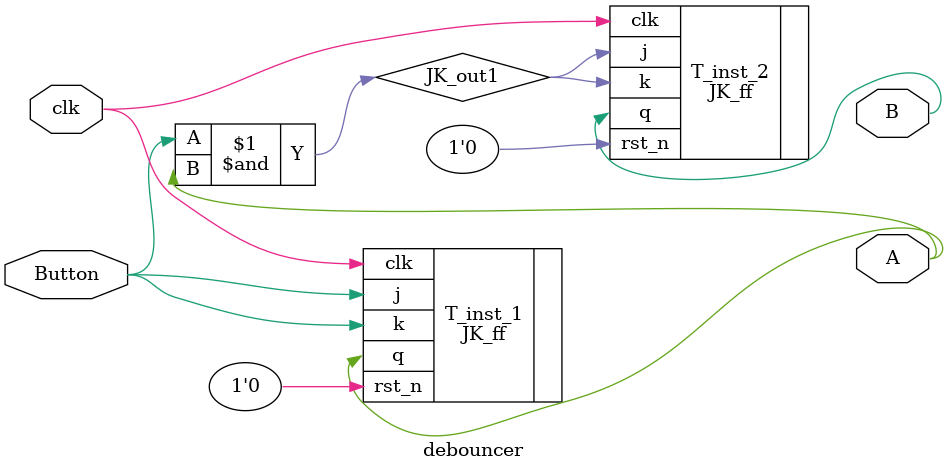
<source format=v>
module debouncer (
	input clk, Button,
	output A, B
);

	wire JK_out1, not_B;
	
	and and0 (JK_out1, Button, A);

	JK_ff T_inst_1 (
		.clk(clk),
		.q(A),
		.j(Button),
		.k(Button),
		.rst_n(1'b0)
	);
	
	JK_ff T_inst_2 (
	   .clk(clk),
		.q(B),
		.j(JK_out1),
		.k(JK_out1),
		.rst_n(1'b0)
	);

endmodule
</source>
